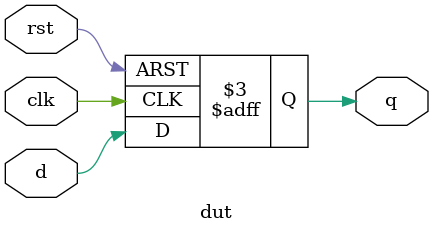
<source format=v>
module dut(input rst, clk, d, output reg q);

  always @(posedge clk, negedge rst) begin
    if(!rst)
      q <= 1'b0;
    else
      q <= d;
  end

endmodule

</source>
